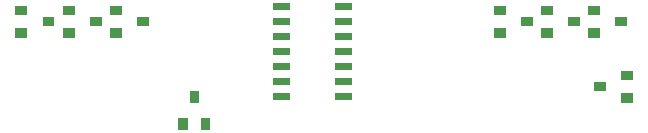
<source format=gbp>
G04 Layer: BottomPasteMaskLayer*
G04 EasyEDA v6.5.9, 2023-12-18 21:36:12*
G04 Gerber Generator version 0.2*
G04 Scale: 100 percent, Rotated: No, Reflected: No *
G04 Dimensions in millimeters *
G04 leading zeros omitted , absolute positions ,4 integer and 5 decimal *
%FSLAX45Y45*%
%MOMM*%

%ADD10C,0.0001*%

%LPD*%
G36*
X4034990Y4804991D02*
G01*
X4134990Y4804991D01*
X4134990Y4884991D01*
X4034990Y4884991D01*
G37*
G36*
X4264992Y4709995D02*
G01*
X4364992Y4709995D01*
X4364992Y4789995D01*
X4264992Y4789995D01*
G37*
G36*
X4034993Y4614989D02*
G01*
X4134993Y4614989D01*
X4134993Y4694989D01*
X4034993Y4694989D01*
G37*
G36*
X4434989Y4804991D02*
G01*
X4534989Y4804991D01*
X4534989Y4884991D01*
X4434989Y4884991D01*
G37*
G36*
X4664991Y4709995D02*
G01*
X4764991Y4709995D01*
X4764991Y4789995D01*
X4664991Y4789995D01*
G37*
G36*
X4434992Y4614989D02*
G01*
X4534992Y4614989D01*
X4534992Y4694989D01*
X4434992Y4694989D01*
G37*
G36*
X5494987Y3834991D02*
G01*
X5494987Y3934990D01*
X5414987Y3934990D01*
X5414987Y3834991D01*
G37*
G36*
X5589983Y4064993D02*
G01*
X5589983Y4164992D01*
X5509983Y4164992D01*
X5509983Y4064993D01*
G37*
G36*
X5684989Y3834993D02*
G01*
X5684989Y3934993D01*
X5604990Y3934993D01*
X5604990Y3834993D01*
G37*
G36*
X4834989Y4804991D02*
G01*
X4934988Y4804991D01*
X4934988Y4884991D01*
X4834989Y4884991D01*
G37*
G36*
X5064991Y4709995D02*
G01*
X5164990Y4709995D01*
X5164990Y4789995D01*
X5064991Y4789995D01*
G37*
G36*
X4834991Y4614989D02*
G01*
X4934991Y4614989D01*
X4934991Y4694989D01*
X4834991Y4694989D01*
G37*
G36*
X8084982Y4804991D02*
G01*
X8184982Y4804991D01*
X8184982Y4884991D01*
X8084982Y4884991D01*
G37*
G36*
X8314984Y4709995D02*
G01*
X8414984Y4709995D01*
X8414984Y4789995D01*
X8314984Y4789995D01*
G37*
G36*
X8084985Y4614989D02*
G01*
X8184984Y4614989D01*
X8184984Y4694989D01*
X8084985Y4694989D01*
G37*
G36*
X8484981Y4804991D02*
G01*
X8584981Y4804991D01*
X8584981Y4884991D01*
X8484981Y4884991D01*
G37*
G36*
X8714983Y4709995D02*
G01*
X8814983Y4709995D01*
X8814983Y4789995D01*
X8714983Y4789995D01*
G37*
G36*
X8484984Y4614989D02*
G01*
X8584984Y4614989D01*
X8584984Y4694989D01*
X8484984Y4694989D01*
G37*
G36*
X9264982Y4144990D02*
G01*
X9164982Y4144990D01*
X9164982Y4064990D01*
X9264982Y4064990D01*
G37*
G36*
X9034980Y4239986D02*
G01*
X8934980Y4239986D01*
X8934980Y4159986D01*
X9034980Y4159986D01*
G37*
G36*
X9264980Y4334992D02*
G01*
X9164980Y4334992D01*
X9164980Y4254992D01*
X9264980Y4254992D01*
G37*
G36*
X8884980Y4804991D02*
G01*
X8984980Y4804991D01*
X8984980Y4884991D01*
X8884980Y4884991D01*
G37*
G36*
X9114983Y4709995D02*
G01*
X9214982Y4709995D01*
X9214982Y4789995D01*
X9114983Y4789995D01*
G37*
G36*
X8884983Y4614989D02*
G01*
X8984983Y4614989D01*
X8984983Y4694989D01*
X8884983Y4694989D01*
G37*
G36*
X6359994Y4090990D02*
G01*
X6359994Y4146991D01*
X6216992Y4146991D01*
X6216992Y4090990D01*
G37*
G36*
X6359994Y4217990D02*
G01*
X6359994Y4273991D01*
X6216992Y4273991D01*
X6216992Y4217990D01*
G37*
G36*
X6359994Y4344990D02*
G01*
X6359994Y4400991D01*
X6216992Y4400991D01*
X6216992Y4344990D01*
G37*
G36*
X6359994Y4471990D02*
G01*
X6359994Y4527991D01*
X6216992Y4527991D01*
X6216992Y4471990D01*
G37*
G36*
X6359994Y4598990D02*
G01*
X6359994Y4654991D01*
X6216992Y4654991D01*
X6216992Y4598990D01*
G37*
G36*
X6359994Y4725990D02*
G01*
X6359994Y4781991D01*
X6216992Y4781991D01*
X6216992Y4725990D01*
G37*
G36*
X6359994Y4852990D02*
G01*
X6359994Y4908991D01*
X6216992Y4908991D01*
X6216992Y4852990D01*
G37*
G36*
X6882980Y4852990D02*
G01*
X6882980Y4908991D01*
X6739978Y4908991D01*
X6739978Y4852990D01*
G37*
G36*
X6882980Y4725990D02*
G01*
X6882980Y4781991D01*
X6739978Y4781991D01*
X6739978Y4725990D01*
G37*
G36*
X6882980Y4598990D02*
G01*
X6882980Y4654991D01*
X6739978Y4654991D01*
X6739978Y4598990D01*
G37*
G36*
X6882980Y4471990D02*
G01*
X6882980Y4527991D01*
X6739978Y4527991D01*
X6739978Y4471990D01*
G37*
G36*
X6882980Y4344990D02*
G01*
X6882980Y4400991D01*
X6739978Y4400991D01*
X6739978Y4344990D01*
G37*
G36*
X6882980Y4217990D02*
G01*
X6882980Y4273991D01*
X6739978Y4273991D01*
X6739978Y4217990D01*
G37*
G36*
X6882980Y4090990D02*
G01*
X6882980Y4146991D01*
X6739978Y4146991D01*
X6739978Y4090990D01*
G37*
M02*

</source>
